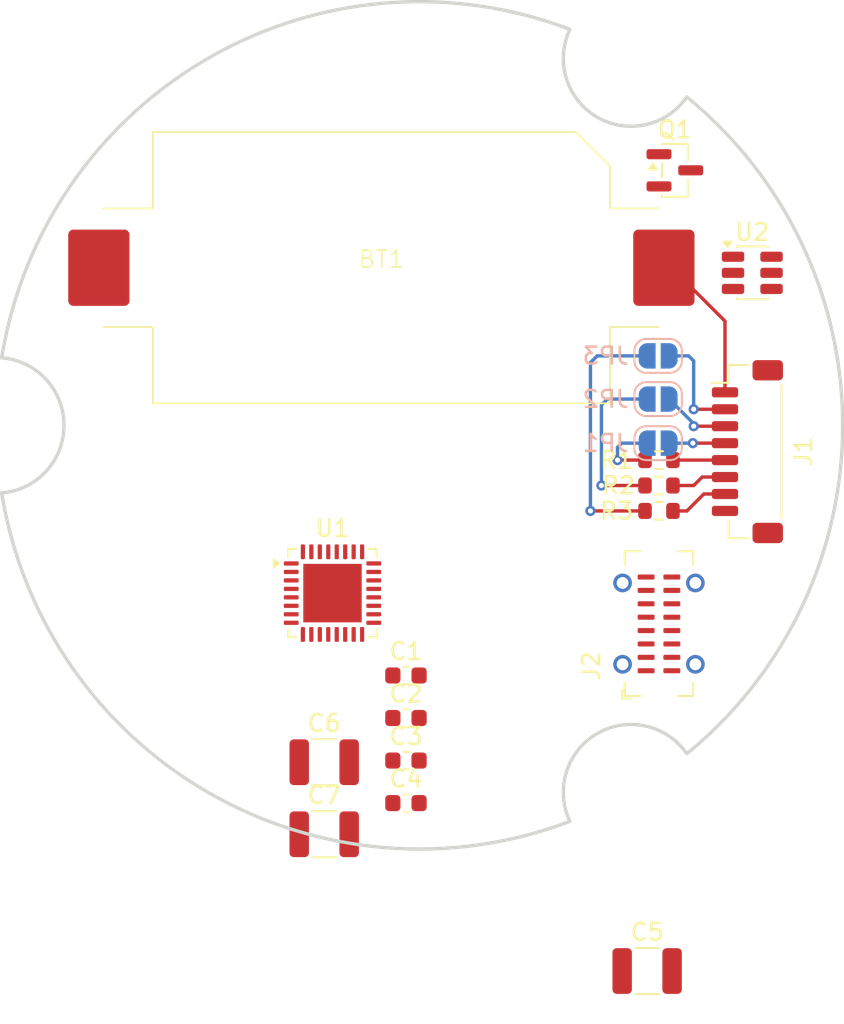
<source format=kicad_pcb>
(kicad_pcb (version 20241229) (generator "pcbnew") (generator_version "9.0")
  (layers (0 "F.Cu" signal) (2 "B.Cu" signal) (13 "F.Paste" user) (15 "B.Paste" user) (5 "F.SilkS" user "F.Silkscreen") (7 "B.SilkS" user "B.Silkscreen") (1 "F.Mask" user) (3 "B.Mask" user) (25 "Edge.Cuts" user))
  (net 0 "")
  (net 1 "/LED1")
  (net 2 "/BUT3")
  (net 3 "/LED2")
  (net 4 "/BUT2")
  (net 5 "/LED3")
  (net 6 "/BUT1")
  (net 7 "+3V3")
  (net 8 "GND")
  (net 9 "Net-(J1-Pin_5)")
  (net 10 "Net-(J1-Pin_6)")
  (net 11 "Net-(J1-Pin_7)")
  (net 12 "Net-(J2-VBUS-PadA4)")
  (net 57 "Net-(U1-PA12)")
  (net 58 "Net-(U1-PA11)")
  (footprint "Capacitor_SMD:C_0603_1608Metric" (layer "F.Cu") (at 163.1525 114.71)
    (property "Reference" "C1" (at 0 -1.43 0) (layer "F.SilkS"))
    (property "Value" "C_Small")
    (fp_line (start -0.14058 -0.51) (end 0.14058 -0.51) (stroke (width 0.12)) (layer "F.SilkS"))
    (fp_line (start -0.14058 0.51) (end 0.14058 0.51) (stroke (width 0.12)) (layer "F.SilkS"))
    (pad "1" smd roundrect (at -0.775 0) (size 0.9 0.95) (layers "F.Cu" "F.Mask" "F.Paste"))
    (pad "2" smd roundrect (at 0.775 0) (size 0.9 0.95) (layers "F.Cu" "F.Mask" "F.Paste"))
  )
  (footprint "Package_TO_SOT_SMD:TSOT-23-6" (layer "F.Cu") (at 183.6125 90.95)
    (property "Reference" "U2" (at 0 -2.4 0) (layer "F.SilkS"))
    (property "Value" "LTC4412xS6")
    (fp_line (start -0.91 -1.56) (end 0.91 -1.56) (stroke (width 0.12)) (layer "F.SilkS"))
    (fp_line (start -0.91 -1.51) (end -0.91 -1.56) (stroke (width 0.12)) (layer "F.SilkS"))
    (fp_line (start -0.91 1.56) (end -0.91 1.51) (stroke (width 0.12)) (layer "F.SilkS"))
    (fp_line (start 0.91 -1.56) (end 0.91 -1.51) (stroke (width 0.12)) (layer "F.SilkS"))
    (fp_line (start 0.91 1.51) (end 0.91 1.56) (stroke (width 0.12)) (layer "F.SilkS"))
    (fp_line (start 0.91 1.56) (end -0.91 1.56) (stroke (width 0.12)) (layer "F.SilkS"))
    (fp_poly (pts (xy -1.45 -1.51) (xy -1.69 -1.84) (xy -1.21 -1.84)) (stroke (width 0.12)) (fill yes) (layer "F.SilkS"))
    (pad "1" smd roundrect (at -1.1375 -0.95) (size 1.325 0.6) (layers "F.Cu" "F.Mask" "F.Paste"))
    (pad "2" smd roundrect (at -1.1375 0) (size 1.325 0.6) (layers "F.Cu" "F.Mask" "F.Paste"))
    (pad "3" smd roundrect (at -1.1375 0.95) (size 1.325 0.6) (layers "F.Cu" "F.Mask" "F.Paste"))
    (pad "4" smd roundrect (at 1.1375 0.95) (size 1.325 0.6) (layers "F.Cu" "F.Mask" "F.Paste"))
    (pad "5" smd roundrect (at 1.1375 0) (size 1.325 0.6) (layers "F.Cu" "F.Mask" "F.Paste"))
    (pad "6" smd roundrect (at 1.1375 -0.95) (size 1.325 0.6) (layers "F.Cu" "F.Mask" "F.Paste"))
  )
  (footprint "Capacitor_SMD:C_0603_1608Metric" (layer "F.Cu") (at 163.1525 117.22)
    (property "Reference" "C2" (at 0 -1.43 0) (layer "F.SilkS"))
    (property "Value" "C_Small")
    (fp_line (start -0.14058 -0.51) (end 0.14058 -0.51) (stroke (width 0.12)) (layer "F.SilkS"))
    (fp_line (start -0.14058 0.51) (end 0.14058 0.51) (stroke (width 0.12)) (layer "F.SilkS"))
    (pad "1" smd roundrect (at -0.775 0) (size 0.9 0.95) (layers "F.Cu" "F.Mask" "F.Paste"))
    (pad "2" smd roundrect (at 0.775 0) (size 0.9 0.95) (layers "F.Cu" "F.Mask" "F.Paste"))
  )
  (footprint "Capacitor_SMD:C_1210_3225Metric" (layer "F.Cu") (at 158.3225 119.83)
    (property "Reference" "C6" (at 0 -2.3 0) (layer "F.SilkS"))
    (property "Value" "C_Small")
    (fp_line (start -0.711252 -1.36) (end 0.711252 -1.36) (stroke (width 0.12)) (layer "F.SilkS"))
    (fp_line (start -0.711252 1.36) (end 0.711252 1.36) (stroke (width 0.12)) (layer "F.SilkS"))
    (pad "1" smd roundrect (at -1.475 0) (size 1.15 2.7) (layers "F.Cu" "F.Mask" "F.Paste") (roundrect_rratio 0.217391))
    (pad "2" smd roundrect (at 1.475 0) (size 1.15 2.7) (layers "F.Cu" "F.Mask" "F.Paste") (roundrect_rratio 0.217391))
  )
  (footprint "Resistor_SMD:R_0603_1608Metric" (layer "F.Cu") (at 178.1 102 180)
    (property "Reference" "R1" (at 2.5 0 0) (layer "F.SilkS"))
    (property "Value" "30R")
    (fp_line (start -0.237258 0.5225) (end 0.237258 0.5225) (stroke (width 0.12)) (layer "F.SilkS"))
    (fp_line (start -0.237258 -0.5225) (end 0.237258 -0.5225) (stroke (width 0.12)) (layer "F.SilkS"))
    (pad "1" smd roundrect (at -0.825 0 180) (size 0.8 0.95) (layers "F.Cu" "F.Mask" "F.Paste") (net 9 "Net-(J1-Pin_5)"))
    (pad "2" smd roundrect (at 0.825 0 180) (size 0.8 0.95) (layers "F.Cu" "F.Mask" "F.Paste") (net 1 "/LED1"))
  )
  (footprint "Package_TO_SOT_SMD:SOT-23" (layer "F.Cu") (at 179.0375 84.9)
    (property "Reference" "Q1" (at 0 -2.4 0) (layer "F.SilkS"))
    (property "Value" "BSS84")
    (fp_line (start -0.76 -1.56) (end 0.76 -1.56) (stroke (width 0.12)) (layer "F.SilkS"))
    (fp_line (start -0.76 -1.51) (end -0.76 -1.56) (stroke (width 0.12)) (layer "F.SilkS"))
    (fp_line (start -0.76 0.39) (end -0.76 -0.39) (stroke (width 0.12)) (layer "F.SilkS"))
    (fp_line (start -0.76 1.56) (end -0.76 1.51) (stroke (width 0.12)) (layer "F.SilkS"))
    (fp_line (start 0.76 -1.56) (end 0.76 -0.56) (stroke (width 0.12)) (layer "F.SilkS"))
    (fp_line (start 0.76 0.56) (end 0.76 1.56) (stroke (width 0.12)) (layer "F.SilkS"))
    (fp_line (start 0.76 1.56) (end -0.76 1.56) (stroke (width 0.12)) (layer "F.SilkS"))
    (fp_poly (pts (xy -1.3 -0.38) (xy -1.06 -0.05) (xy -1.54 -0.05)) (stroke (width 0.12)) (fill yes) (layer "F.SilkS"))
    (pad "1" smd roundrect (at -0.9375 -0.95) (size 1.475 0.6) (layers "F.Cu" "F.Mask" "F.Paste"))
    (pad "2" smd roundrect (at -0.9375 0.95) (size 1.475 0.6) (layers "F.Cu" "F.Mask" "F.Paste"))
    (pad "3" smd roundrect (at 0.9375 0) (size 1.475 0.6) (layers "F.Cu" "F.Mask" "F.Paste"))
  )
  (footprint "Resistor_SMD:R_0603_1608Metric" (layer "F.Cu") (at 178.1 103.5 180)
    (property "Reference" "R2" (at 2.4 0 0) (layer "F.SilkS"))
    (property "Value" "30R")
    (fp_line (start -0.237258 0.5225) (end 0.237258 0.5225) (stroke (width 0.12)) (layer "F.SilkS"))
    (fp_line (start -0.237258 -0.5225) (end 0.237258 -0.5225) (stroke (width 0.12)) (layer "F.SilkS"))
    (pad "1" smd roundrect (at -0.825 0 180) (size 0.8 0.95) (layers "F.Cu" "F.Mask" "F.Paste") (net 10 "Net-(J1-Pin_6)"))
    (pad "2" smd roundrect (at 0.825 0 180) (size 0.8 0.95) (layers "F.Cu" "F.Mask" "F.Paste") (net 3 "/LED2"))
  )
  (footprint "Capacitor_SMD:C_1210_3225Metric" (layer "F.Cu") (at 177.4 132.15)
    (property "Reference" "C5" (at 0 -2.3 0) (layer "F.SilkS"))
    (property "Value" "C_Small")
    (fp_line (start -0.711252 -1.36) (end 0.711252 -1.36) (stroke (width 0.12)) (layer "F.SilkS"))
    (fp_line (start -0.711252 1.36) (end 0.711252 1.36) (stroke (width 0.12)) (layer "F.SilkS"))
    (pad "1" smd roundrect (at -1.475 0) (size 1.15 2.7) (layers "F.Cu" "F.Mask" "F.Paste") (roundrect_rratio 0.217391))
    (pad "2" smd roundrect (at 1.475 0) (size 1.15 2.7) (layers "F.Cu" "F.Mask" "F.Paste") (roundrect_rratio 0.217391))
  )
  (footprint "Capacitor_SMD:C_1210_3225Metric" (layer "F.Cu") (at 158.3225 124.08)
    (property "Reference" "C7" (at 0 -2.3 0) (layer "F.SilkS"))
    (property "Value" "C_Small")
    (fp_line (start -0.711252 -1.36) (end 0.711252 -1.36) (stroke (width 0.12)) (layer "F.SilkS"))
    (fp_line (start -0.711252 1.36) (end 0.711252 1.36) (stroke (width 0.12)) (layer "F.SilkS"))
    (pad "1" smd roundrect (at -1.475 0) (size 1.15 2.7) (layers "F.Cu" "F.Mask" "F.Paste") (roundrect_rratio 0.217391))
    (pad "2" smd roundrect (at 1.475 0) (size 1.15 2.7) (layers "F.Cu" "F.Mask" "F.Paste") (roundrect_rratio 0.217391))
  )
  (footprint "Connector_USB:USB_C_Receptacle_G-Switch_GT-USB-7051x" (layer "F.Cu") (at 178.1 111.65 90)
    (property "Reference" "J2" (at -2.5 -4 90) (layer "F.SilkS"))
    (property "Value" "USB_C_Receptacle_USB2.0_14P")
    (fp_line (start -4.42 -2.17) (end -3.92 -2.17) (stroke (width 0.12)) (layer "F.SilkS"))
    (fp_line (start -4.42 -2.17) (end -4.42 -1.67) (stroke (width 0.12)) (layer "F.SilkS"))
    (fp_line (start 4.27 -2.02) (end 3.47 -2.02) (stroke (width 0.12)) (layer "F.SilkS"))
    (fp_line (start 4.27 -2.02) (end 4.27 -1.12) (stroke (width 0.12)) (layer "F.SilkS"))
    (fp_line (start -4.27 -2.02) (end -3.47 -2.02) (stroke (width 0.12)) (layer "F.SilkS"))
    (fp_line (start -4.27 -2.02) (end -4.27 -1.12) (stroke (width 0.12)) (layer "F.SilkS"))
    (fp_line (start 4.27 2.02) (end 4.27 1.12) (stroke (width 0.12)) (layer "F.SilkS"))
    (fp_line (start 4.27 2.02) (end 3.47 2.02) (stroke (width 0.12)) (layer "F.SilkS"))
    (fp_line (start -4.27 2.02) (end -4.27 1.12) (stroke (width 0.12)) (layer "F.SilkS"))
    (fp_line (start -4.27 2.02) (end -3.47 2.02) (stroke (width 0.12)) (layer "F.SilkS"))
    (pad "" np_thru_hole circle (at -3.75 0 90) (size 0.66 0.66) (drill 0.66) (layers "*.Cu" "*.Mask"))
    (pad "" np_thru_hole oval (at 3.75 0 90) (size 1 0.58) (drill oval 1 0.58) (layers "*.Cu" "*.Mask"))
    (pad "A1" smd roundrect (at -2.78 -0.76 90) (size 0.3 1) (layers "F.Cu" "F.Mask" "F.Paste") (net 8 "GND"))
    (pad "A4" smd roundrect (at -1.99 -0.76 90) (size 0.3 1) (layers "F.Cu" "F.Mask" "F.Paste") (net 12 "Net-(J2-VBUS-PadA4)"))
    (pad "A5" smd roundrect (at -1.2 -0.76 90) (size 0.3 1) (layers "F.Cu" "F.Mask" "F.Paste"))
    (pad "A6" smd roundrect (at -0.41 -0.76 90) (size 0.3 1) (layers "F.Cu" "F.Mask" "F.Paste") (net 57 "Net-(U1-PA12)"))
    (pad "A7" smd roundrect (at 0.38 -0.76 90) (size 0.3 1) (layers "F.Cu" "F.Mask" "F.Paste") (net 58 "Net-(U1-PA11)"))
    (pad "A8" smd roundrect (at 1.17 -0.76 90) (size 0.3 1) (layers "F.Cu" "F.Mask" "F.Paste"))
    (pad "A9" smd roundrect (at 1.96 -0.76 90) (size 0.3 1) (layers "F.Cu" "F.Mask" "F.Paste") (net 12 "Net-(J2-VBUS-PadA4)"))
    (pad "A12" smd roundrect (at 2.75 -0.76 90) (size 0.3 1) (layers "F.Cu" "F.Mask" "F.Paste") (net 8 "GND"))
    (pad "B1" smd roundrect (at 2.75 0.76 90) (size 0.3 1) (layers "F.Cu" "F.Mask" "F.Paste") (net 8 "GND"))
    (pad "B4" smd roundrect (at 1.96 0.76 90) (size 0.3 1) (layers "F.Cu" "F.Mask" "F.Paste") (net 12 "Net-(J2-VBUS-PadA4)"))
    (pad "B5" smd roundrect (at 1.17 0.76 90) (size 0.3 1) (layers "F.Cu" "F.Mask" "F.Paste"))
    (pad "B6" smd roundrect (at 0.38 0.76 90) (size 0.3 1) (layers "F.Cu" "F.Mask" "F.Paste") (net 57 "Net-(U1-PA12)"))
    (pad "B7" smd roundrect (at -0.41 0.76 90) (size 0.3 1) (layers "F.Cu" "F.Mask" "F.Paste") (net 58 "Net-(U1-PA11)"))
    (pad "B8" smd roundrect (at -1.2 0.76 90) (size 0.3 1) (layers "F.Cu" "F.Mask" "F.Paste"))
    (pad "B9" smd roundrect (at -1.99 0.76 90) (size 0.3 1) (layers "F.Cu" "F.Mask" "F.Paste") (net 12 "Net-(J2-VBUS-PadA4)"))
    (pad "B12" smd roundrect (at -2.78 0.76 90) (size 0.3 1) (layers "F.Cu" "F.Mask" "F.Paste") (net 8 "GND"))
    (pad "S1" thru_hole circle (at -2.4 -2.15 90) (size 1.1 1.1) (drill 0.7) (property pad_prop_heatsink) (layers "*.Cu" "*.Mask" "F.Paste"))
    (pad "S1" thru_hole circle (at -2.4 2.15 90) (size 1.1 1.1) (drill 0.7) (property pad_prop_heatsink) (layers "*.Cu" "*.Mask" "F.Paste"))
    (pad "S1" thru_hole circle (at 2.4 -2.15 90) (size 1.1 1.1) (drill 0.7) (property pad_prop_heatsink) (layers "*.Cu" "*.Mask" "F.Paste"))
    (pad "S1" thru_hole circle (at 2.4 2.15 90) (size 1.1 1.1) (drill 0.7) (property pad_prop_heatsink) (layers "*.Cu" "*.Mask" "F.Paste"))
  )
  (footprint "Resistor_SMD:R_0603_1608Metric" (layer "F.Cu") (at 178.1 105 180)
    (property "Reference" "R3" (at 2.5 0 0) (layer "F.SilkS"))
    (property "Value" "30R")
    (fp_line (start -0.237258 0.5225) (end 0.237258 0.5225) (stroke (width 0.12)) (layer "F.SilkS"))
    (fp_line (start -0.237258 -0.5225) (end 0.237258 -0.5225) (stroke (width 0.12)) (layer "F.SilkS"))
    (pad "1" smd roundrect (at -0.825 0 180) (size 0.8 0.95) (layers "F.Cu" "F.Mask" "F.Paste") (net 11 "Net-(J1-Pin_7)"))
    (pad "2" smd roundrect (at 0.825 0 180) (size 0.8 0.95) (layers "F.Cu" "F.Mask" "F.Paste") (net 5 "/LED3"))
  )
  (footprint "Capacitor_SMD:C_0603_1608Metric" (layer "F.Cu") (at 163.1525 119.73)
    (property "Reference" "C3" (at 0 -1.43 0) (layer "F.SilkS"))
    (property "Value" "C_Small")
    (fp_line (start -0.14058 -0.51) (end 0.14058 -0.51) (stroke (width 0.12)) (layer "F.SilkS"))
    (fp_line (start -0.14058 0.51) (end 0.14058 0.51) (stroke (width 0.12)) (layer "F.SilkS"))
    (pad "1" smd roundrect (at -0.775 0) (size 0.9 0.95) (layers "F.Cu" "F.Mask" "F.Paste"))
    (pad "2" smd roundrect (at 0.775 0) (size 0.9 0.95) (layers "F.Cu" "F.Mask" "F.Paste"))
  )
  (footprint "Package_DFN_QFN:QFN-32-1EP_5x5mm_P0.5mm_EP3.45x3.45mm" (layer "F.Cu") (at 158.8125 109.85)
    (property "Reference" "U1" (at 0 -3.83 0) (layer "F.SilkS"))
    (property "Value" "STM32L052K8Ux")
    (fp_line (start -2.61 -2.61) (end -2.135 -2.61) (stroke (width 0.12)) (layer "F.SilkS"))
    (fp_line (start -2.61 -2.135) (end -2.61 -2.61) (stroke (width 0.12)) (layer "F.SilkS"))
    (fp_line (start -2.61 2.61) (end -2.61 2.135) (stroke (width 0.12)) (layer "F.SilkS"))
    (fp_line (start -2.135 2.61) (end -2.61 2.61) (stroke (width 0.12)) (layer "F.SilkS"))
    (fp_line (start 2.135 -2.61) (end 2.61 -2.61) (stroke (width 0.12)) (layer "F.SilkS"))
    (fp_line (start 2.61 -2.61) (end 2.61 -2.135) (stroke (width 0.12)) (layer "F.SilkS"))
    (fp_line (start 2.61 2.135) (end 2.61 2.61) (stroke (width 0.12)) (layer "F.SilkS"))
    (fp_line (start 2.61 2.61) (end 2.135 2.61) (stroke (width 0.12)) (layer "F.SilkS"))
    (fp_poly (pts (xy -3.14 -1.75) (xy -3.47 -1.51) (xy -3.47 -1.99)) (stroke (width 0.12)) (fill yes) (layer "F.SilkS"))
    (pad "1" smd roundrect (at -2.4375 -1.75) (size 0.875 0.25) (layers "F.Cu" "F.Mask" "F.Paste") (net 7 "+3V3"))
    (pad "2" smd roundrect (at -2.4375 -1.25) (size 0.875 0.25) (layers "F.Cu" "F.Mask" "F.Paste"))
    (pad "3" smd roundrect (at -2.4375 -0.75) (size 0.875 0.25) (layers "F.Cu" "F.Mask" "F.Paste"))
    (pad "4" smd roundrect (at -2.4375 -0.25) (size 0.875 0.25) (layers "F.Cu" "F.Mask" "F.Paste"))
    (pad "5" smd roundrect (at -2.4375 0.25) (size 0.875 0.25) (layers "F.Cu" "F.Mask" "F.Paste") (net 7 "+3V3"))
    (pad "6" smd roundrect (at -2.4375 0.75) (size 0.875 0.25) (layers "F.Cu" "F.Mask" "F.Paste"))
    (pad "7" smd roundrect (at -2.4375 1.25) (size 0.875 0.25) (layers "F.Cu" "F.Mask" "F.Paste"))
    (pad "8" smd roundrect (at -2.4375 1.75) (size 0.875 0.25) (layers "F.Cu" "F.Mask" "F.Paste"))
    (pad "9" smd roundrect (at -1.75 2.4375) (size 0.25 0.875) (layers "F.Cu" "F.Mask" "F.Paste"))
    (pad "10" smd roundrect (at -1.25 2.4375) (size 0.25 0.875) (layers "F.Cu" "F.Mask" "F.Paste"))
    (pad "11" smd roundrect (at -0.75 2.4375) (size 0.25 0.875) (layers "F.Cu" "F.Mask" "F.Paste"))
    (pad "12" smd roundrect (at -0.25 2.4375) (size 0.25 0.875) (layers "F.Cu" "F.Mask" "F.Paste"))
    (pad "13" smd roundrect (at 0.25 2.4375) (size 0.25 0.875) (layers "F.Cu" "F.Mask" "F.Paste"))
    (pad "14" smd roundrect (at 0.75 2.4375) (size 0.25 0.875) (layers "F.Cu" "F.Mask" "F.Paste"))
    (pad "15" smd roundrect (at 1.25 2.4375) (size 0.25 0.875) (layers "F.Cu" "F.Mask" "F.Paste"))
    (pad "16" smd roundrect (at 1.75 2.4375) (size 0.25 0.875) (layers "F.Cu" "F.Mask" "F.Paste"))
    (pad "17" smd roundrect (at 2.4375 1.75) (size 0.875 0.25) (layers "F.Cu" "F.Mask" "F.Paste") (net 7 "+3V3"))
    (pad "18" smd roundrect (at 2.4375 1.25) (size 0.875 0.25) (layers "F.Cu" "F.Mask" "F.Paste"))
    (pad "19" smd roundrect (at 2.4375 0.75) (size 0.875 0.25) (layers "F.Cu" "F.Mask" "F.Paste"))
    (pad "20" smd roundrect (at 2.4375 0.25) (size 0.875 0.25) (layers "F.Cu" "F.Mask" "F.Paste"))
    (pad "21" smd roundrect (at 2.4375 -0.25) (size 0.875 0.25) (layers "F.Cu" "F.Mask" "F.Paste") (net 58 "Net-(U1-PA11)"))
    (pad "22" smd roundrect (at 2.4375 -0.75) (size 0.875 0.25) (layers "F.Cu" "F.Mask" "F.Paste") (net 57 "Net-(U1-PA12)"))
    (pad "23" smd roundrect (at 2.4375 -1.25) (size 0.875 0.25) (layers "F.Cu" "F.Mask" "F.Paste"))
    (pad "24" smd roundrect (at 2.4375 -1.75) (size 0.875 0.25) (layers "F.Cu" "F.Mask" "F.Paste"))
    (pad "25" smd roundrect (at 1.75 -2.4375) (size 0.25 0.875) (layers "F.Cu" "F.Mask" "F.Paste"))
    (pad "26" smd roundrect (at 1.25 -2.4375) (size 0.25 0.875) (layers "F.Cu" "F.Mask" "F.Paste"))
    (pad "27" smd roundrect (at 0.75 -2.4375) (size 0.25 0.875) (layers "F.Cu" "F.Mask" "F.Paste"))
    (pad "28" smd roundrect (at 0.25 -2.4375) (size 0.25 0.875) (layers "F.Cu" "F.Mask" "F.Paste"))
    (pad "29" smd roundrect (at -0.25 -2.4375) (size 0.25 0.875) (layers "F.Cu" "F.Mask" "F.Paste"))
    (pad "30" smd roundrect (at -0.75 -2.4375) (size 0.25 0.875) (layers "F.Cu" "F.Mask" "F.Paste"))
    (pad "31" smd roundrect (at -1.25 -2.4375) (size 0.25 0.875) (layers "F.Cu" "F.Mask" "F.Paste"))
    (pad "32" smd roundrect (at -1.75 -2.4375) (size 0.25 0.875) (layers "F.Cu" "F.Mask" "F.Paste"))
    (pad "33" smd rect (at 0 0) (size 3.45 3.45) (property pad_prop_heatsink) (layers "F.Cu" "F.Mask") (net 8 "GND"))
  )
  (footprint "Aliexpress:MYOUNG_BS-24-B4AA016_CR2450" (layer "F.Cu") (at 161.7 90.65)
    (property "Reference" "BT1" (at 0 -0.499999 0) (layer "F.SilkS") (effects (font (thickness 0.1))))
    (property "Value" "Battery_Cell")
    (fp_line (start -16.4 -3.5) (end -13.5 -3.5) (stroke (width 0.1)) (layer "F.SilkS"))
    (fp_line (start -16.4 3.5) (end -13.5 3.5) (stroke (width 0.1)) (layer "F.SilkS"))
    (fp_line (start -13.5 -8) (end 11.5 -8) (stroke (width 0.1)) (layer "F.SilkS"))
    (fp_line (start -13.5 -3.5) (end -13.5 -8) (stroke (width 0.1)) (layer "F.SilkS"))
    (fp_line (start -13.5 3.5) (end -13.5 8) (stroke (width 0.1)) (layer "F.SilkS"))
    (fp_line (start -13.5 8) (end 13.5 8) (stroke (width 0.1)) (layer "F.SilkS"))
    (fp_line (start 13.5 -6) (end 11.5 -8) (stroke (width 0.1)) (layer "F.SilkS"))
    (fp_line (start 13.5 -3.5) (end 13.5 -6) (stroke (width 0.1)) (layer "F.SilkS"))
    (fp_line (start 13.5 3.5) (end 13.5 8) (stroke (width 0.1)) (layer "F.SilkS"))
    (fp_line (start 16.4 -3.5) (end 13.5 -3.5) (stroke (width 0.1)) (layer "F.SilkS"))
    (fp_line (start 16.4 3.5) (end 13.5 3.5) (stroke (width 0.1)) (layer "F.SilkS"))
    (pad "1" smd roundrect (at 16.69 0) (size 3.62 4.5) (layers "F.Cu" "F.Mask" "F.Paste") (roundrect_rratio 0.08287292818) (net 7 "+3V3"))
    (pad "2" smd roundrect (at -16.69 0) (size 3.62 4.5) (layers "F.Cu" "F.Mask" "F.Paste") (roundrect_rratio 0.08287292818) (net 8 "GND"))
  )
  (footprint "Capacitor_SMD:C_0603_1608Metric" (layer "F.Cu") (at 163.1525 122.24)
    (property "Reference" "C4" (at 0 -1.43 0) (layer "F.SilkS"))
    (property "Value" "C_Small")
    (fp_line (start -0.14058 -0.51) (end 0.14058 -0.51) (stroke (width 0.12)) (layer "F.SilkS"))
    (fp_line (start -0.14058 0.51) (end 0.14058 0.51) (stroke (width 0.12)) (layer "F.SilkS"))
    (pad "1" smd roundrect (at -0.775 0) (size 0.9 0.95) (layers "F.Cu" "F.Mask" "F.Paste"))
    (pad "2" smd roundrect (at 0.775 0) (size 0.9 0.95) (layers "F.Cu" "F.Mask" "F.Paste"))
  )
  (footprint "Connector_JST:JST_SH_BM08B-SRSS-TB_1x08-1MP_P1.00mm_Vertical" (layer "F.Cu") (at 183.325 101.5 -90)
    (property "Reference" "J1" (at 0 -3.3 90) (layer "F.SilkS"))
    (property "Value" "Conn_01x08")
    (fp_line (start -5.11 1.11) (end -4.06 1.11) (stroke (width 0.12)) (layer "F.SilkS"))
    (fp_line (start -4.06 1.11) (end -4.06 2.1) (stroke (width 0.12)) (layer "F.SilkS"))
    (fp_line (start 5.11 1.11) (end 4.06 1.11) (stroke (width 0.12)) (layer "F.SilkS"))
    (fp_line (start -5.11 -0.04) (end -5.11 1.11) (stroke (width 0.12)) (layer "F.SilkS"))
    (fp_line (start 5.11 -0.04) (end 5.11 1.11) (stroke (width 0.12)) (layer "F.SilkS"))
    (fp_line (start -3.94 -2.01) (end 3.94 -2.01) (stroke (width 0.12)) (layer "F.SilkS"))
    (pad "1" smd roundrect (at -3.5 1.325 270) (size 0.6 1.55) (layers "F.Cu" "F.Mask" "F.Paste") (net 7 "+3V3"))
    (pad "2" smd roundrect (at -2.5 1.325 270) (size 0.6 1.55) (layers "F.Cu" "F.Mask" "F.Paste") (net 6 "/BUT1"))
    (pad "3" smd roundrect (at -1.5 1.325 270) (size 0.6 1.55) (layers "F.Cu" "F.Mask" "F.Paste") (net 4 "/BUT2"))
    (pad "4" smd roundrect (at -0.5 1.325 270) (size 0.6 1.55) (layers "F.Cu" "F.Mask" "F.Paste") (net 2 "/BUT3"))
    (pad "5" smd roundrect (at 0.5 1.325 270) (size 0.6 1.55) (layers "F.Cu" "F.Mask" "F.Paste") (net 9 "Net-(J1-Pin_5)"))
    (pad "6" smd roundrect (at 1.5 1.325 270) (size 0.6 1.55) (layers "F.Cu" "F.Mask" "F.Paste") (net 10 "Net-(J1-Pin_6)"))
    (pad "7" smd roundrect (at 2.5 1.325 270) (size 0.6 1.55) (layers "F.Cu" "F.Mask" "F.Paste") (net 11 "Net-(J1-Pin_7)"))
    (pad "8" smd roundrect (at 3.5 1.325 270) (size 0.6 1.55) (layers "F.Cu" "F.Mask" "F.Paste") (net 8 "GND"))
    (pad "MP" smd roundrect (at -4.8 -1.2 270) (size 1.2 1.8) (layers "F.Cu" "F.Mask" "F.Paste") (roundrect_rratio 0.208333))
    (pad "MP" smd roundrect (at 4.8 -1.2 270) (size 1.2 1.8) (layers "F.Cu" "F.Mask" "F.Paste") (roundrect_rratio 0.208333))
  )
  (footprint "Jumper:SolderJumper-2_P1.3mm_Open_RoundedPad1.0x1.5mm" (layer "B.Cu") (at 178.05 95.85)
    (property "Reference" "JP3" (at -3.1 0 0) (layer "B.SilkS") (effects (justify mirror)))
    (property "Value" "SolderJumper_2_Open")
    (fp_line (start -1.4 -0.3) (end -1.4 0.3) (stroke (width 0.12)) (layer "B.SilkS"))
    (fp_line (start -0.7 1) (end 0.7 1) (stroke (width 0.12)) (layer "B.SilkS"))
    (fp_line (start 0.7 -1) (end -0.7 -1) (stroke (width 0.12)) (layer "B.SilkS"))
    (fp_line (start 1.4 0.3) (end 1.4 -0.3) (stroke (width 0.12)) (layer "B.SilkS"))
    (fp_arc (start -1.4 -0.3) (mid -1.194975 -0.794975) (end -0.7 -1) (stroke (width 0.12)) (layer "B.SilkS"))
    (fp_arc (start -0.7 1) (mid -1.194975 0.794975) (end -1.4 0.3) (stroke (width 0.12)) (layer "B.SilkS"))
    (fp_arc (start 0.7 -1) (mid 1.194975 -0.794975) (end 1.4 -0.3) (stroke (width 0.12)) (layer "B.SilkS"))
    (fp_arc (start 1.4 0.3) (mid 1.194975 0.794975) (end 0.7 1) (stroke (width 0.12)) (layer "B.SilkS"))
    (pad "1" smd custom (at -0.65 0) (size 1 0.5) (layers "B.Cu" "B.Mask") (net 5 "/LED3") (options (clearance outline) (anchor rect)) (primitives (gr_circle (center 0 -0.25) (end 0.5 -0.25) (width 0) (fill yes)) (gr_circle (center 0 0.25) (end 0.5 0.25) (width 0) (fill yes)) (gr_poly (pts (xy 0.5 -0.75) (xy 0 -0.75) (xy 0 0.75) (xy 0.5 0.75)) (width 0) (fill yes))))
    (pad "2" smd custom (at 0.65 0) (size 1 0.5) (layers "B.Cu" "B.Mask") (net 6 "/BUT1") (options (clearance outline) (anchor rect)) (primitives (gr_circle (center 0 -0.25) (end 0.5 -0.25) (width 0) (fill yes)) (gr_circle (center 0 0.25) (end 0.5 0.25) (width 0) (fill yes)) (gr_poly (pts (xy 0 -0.75) (xy -0.5 -0.75) (xy -0.5 0.75) (xy 0 0.75)) (width 0) (fill yes))))
  )
  (footprint "Jumper:SolderJumper-2_P1.3mm_Open_RoundedPad1.0x1.5mm" (layer "B.Cu") (at 178.05 98.4)
    (property "Reference" "JP2" (at -3.1 0 0) (layer "B.SilkS") (effects (justify mirror)))
    (property "Value" "SolderJumper_2_Open")
    (fp_line (start -1.4 -0.3) (end -1.4 0.3) (stroke (width 0.12)) (layer "B.SilkS"))
    (fp_line (start -0.7 1) (end 0.7 1) (stroke (width 0.12)) (layer "B.SilkS"))
    (fp_line (start 0.7 -1) (end -0.7 -1) (stroke (width 0.12)) (layer "B.SilkS"))
    (fp_line (start 1.4 0.3) (end 1.4 -0.3) (stroke (width 0.12)) (layer "B.SilkS"))
    (fp_arc (start -1.4 -0.3) (mid -1.194975 -0.794975) (end -0.7 -1) (stroke (width 0.12)) (layer "B.SilkS"))
    (fp_arc (start -0.7 1) (mid -1.194975 0.794975) (end -1.4 0.3) (stroke (width 0.12)) (layer "B.SilkS"))
    (fp_arc (start 0.7 -1) (mid 1.194975 -0.794975) (end 1.4 -0.3) (stroke (width 0.12)) (layer "B.SilkS"))
    (fp_arc (start 1.4 0.3) (mid 1.194975 0.794975) (end 0.7 1) (stroke (width 0.12)) (layer "B.SilkS"))
    (pad "1" smd custom (at -0.65 0) (size 1 0.5) (layers "B.Cu" "B.Mask") (net 3 "/LED2") (options (clearance outline) (anchor rect)) (primitives (gr_circle (center 0 -0.25) (end 0.5 -0.25) (width 0) (fill yes)) (gr_circle (center 0 0.25) (end 0.5 0.25) (width 0) (fill yes)) (gr_poly (pts (xy 0.5 -0.75) (xy 0 -0.75) (xy 0 0.75) (xy 0.5 0.75)) (width 0) (fill yes))))
    (pad "2" smd custom (at 0.65 0) (size 1 0.5) (layers "B.Cu" "B.Mask") (net 4 "/BUT2") (options (clearance outline) (anchor rect)) (primitives (gr_circle (center 0 -0.25) (end 0.5 -0.25) (width 0) (fill yes)) (gr_circle (center 0 0.25) (end 0.5 0.25) (width 0) (fill yes)) (gr_poly (pts (xy 0 -0.75) (xy -0.5 -0.75) (xy -0.5 0.75) (xy 0 0.75)) (width 0) (fill yes))))
  )
  (footprint "Jumper:SolderJumper-2_P1.3mm_Open_RoundedPad1.0x1.5mm" (layer "B.Cu") (at 178.05 101)
    (property "Reference" "JP1" (at -3.1 0 0) (layer "B.SilkS") (effects (justify mirror)))
    (property "Value" "SolderJumper_2_Open" (hide yes))
    (fp_line (start -1.4 -0.3) (end -1.4 0.3) (stroke (width 0.12)) (layer "B.SilkS"))
    (fp_line (start -0.7 1) (end 0.7 1) (stroke (width 0.12)) (layer "B.SilkS"))
    (fp_line (start 0.7 -1) (end -0.7 -1) (stroke (width 0.12)) (layer "B.SilkS"))
    (fp_line (start 1.4 0.3) (end 1.4 -0.3) (stroke (width 0.12)) (layer "B.SilkS"))
    (fp_arc (start -1.4 -0.3) (mid -1.194975 -0.794975) (end -0.7 -1) (stroke (width 0.12)) (layer "B.SilkS"))
    (fp_arc (start -0.7 1) (mid -1.194975 0.794975) (end -1.4 0.3) (stroke (width 0.12)) (layer "B.SilkS"))
    (fp_arc (start 0.7 -1) (mid 1.194975 -0.794975) (end 1.4 -0.3) (stroke (width 0.12)) (layer "B.SilkS"))
    (fp_arc (start 1.4 0.3) (mid 1.194975 0.794975) (end 0.7 1) (stroke (width 0.12)) (layer "B.SilkS"))
    (pad "1" smd custom (at -0.65 0) (size 1 0.5) (layers "B.Cu" "B.Mask") (net 1 "/LED1") (options (clearance outline) (anchor rect)) (primitives (gr_circle (center 0 -0.25) (end 0.5 -0.25) (width 0) (fill yes)) (gr_circle (center 0 0.25) (end 0.5 0.25) (width 0) (fill yes)) (gr_poly (pts (xy 0.5 -0.75) (xy 0 -0.75) (xy 0 0.75) (xy 0.5 0.75)) (width 0) (fill yes))))
    (pad "2" smd custom (at 0.65 0) (size 1 0.5) (layers "B.Cu" "B.Mask") (net 2 "/BUT3") (options (clearance outline) (anchor rect)) (primitives (gr_circle (center 0 -0.25) (end 0.5 -0.25) (width 0) (fill yes)) (gr_circle (center 0 0.25) (end 0.5 0.25) (width 0) (fill yes)) (gr_poly (pts (xy 0 -0.75) (xy -0.5 -0.75) (xy -0.5 0.75) (xy 0 0.75)) (width 0) (fill yes))))
  )
  (gr_arc (start 172.837001 123.317097) (mid 151.45 121.600635) (end 139.27 103.937179) (stroke (width 0.2)) (layer "Edge.Cuts"))
  (gr_arc (start 172.837001 123.317097) (mid 174.450001 118.13654) (end 179.742999 119.329917) (stroke (width 0.2)) (layer "Edge.Cuts"))
  (gr_arc (start 139.27 95.962821) (mid 142.95 99.95) (end 139.27 103.937179) (stroke (width 0.2)) (layer "Edge.Cuts"))
  (gr_arc (start 179.742999 80.570083) (mid 174.45 81.763467) (end 172.837001 76.582903) (stroke (width 0.2)) (layer "Edge.Cuts"))
  (gr_arc (start 179.742999 80.570083) (mid 188.95 99.95) (end 179.742999 119.329917) (stroke (width 0.2)) (layer "Edge.Cuts"))
  (gr_arc (start 139.27 95.962821) (mid 151.45 78.299365) (end 172.837001 76.582903) (stroke (width 0.2)) (layer "Edge.Cuts"))
  (segment (start 175.65 102) (end 177.275 102) (width 0.2) (layer "F.Cu") (net 1))
  (via (at 175.65 102) (size 0.6) (drill 0.3) (layers "F.Cu" "B.Cu") (net 1))
  (segment (start 177.4 101) (end 175.9 101) (width 0.2) (layer "B.Cu") (net 1))
  (segment (start 175.65 101.25) (end 175.65 102) (width 0.2) (layer "B.Cu") (net 1))
  (segment (start 175.9 101) (end 175.65 101.25) (width 0.2) (layer "B.Cu") (net 1))
  (segment (start 182 101) (end 180.1 101) (width 0.2) (layer "F.Cu") (net 2))
  (via (at 180.1 101) (size 0.6) (drill 0.3) (layers "F.Cu" "B.Cu") (net 2))
  (segment (start 180.1 101) (end 178.7 101) (width 0.2) (layer "B.Cu") (net 2))
  (segment (start 174.7 103.5) (end 177.275 103.5) (width 0.2) (layer "F.Cu") (net 3))
  (via (at 174.7 103.5) (size 0.6) (drill 0.3) (layers "F.Cu" "B.Cu") (net 3))
  (segment (start 174.8 98.65) (end 174.7 98.75) (width 0.2) (layer "B.Cu") (net 3))
  (segment (start 177.4 98.4) (end 175.05 98.4) (width 0.2) (layer "B.Cu") (net 3))
  (segment (start 175.05 98.4) (end 174.8 98.65) (width 0.2) (layer "B.Cu") (net 3))
  (segment (start 174.7 98.75) (end 174.7 103.5) (width 0.2) (layer "B.Cu") (net 3))
  (segment (start 182 100) (end 180.15 100) (width 0.2) (layer "F.Cu") (net 4))
  (via (at 180.15 100) (size 0.6) (drill 0.3) (layers "F.Cu" "B.Cu") (net 4))
  (segment (start 180.15 99.85) (end 178.7 98.4) (width 0.2) (layer "B.Cu") (net 4))
  (segment (start 180.15 100) (end 180.15 99.85) (width 0.2) (layer "B.Cu") (net 4))
  (segment (start 174.05 105) (end 177.275 105) (width 0.2) (layer "F.Cu") (net 5))
  (via (at 174.05 105) (size 0.6) (drill 0.3) (layers "F.Cu" "B.Cu") (net 5))
  (segment (start 174.45 95.85) (end 174.15 96.15) (width 0.2) (layer "B.Cu") (net 5))
  (segment (start 174.05 96.25) (end 174.05 105) (width 0.2) (layer "B.Cu") (net 5))
  (segment (start 174.15 96.15) (end 174.05 96.25) (width 0.2) (layer "B.Cu") (net 5))
  (segment (start 177.4 95.85) (end 174.45 95.85) (width 0.2) (layer "B.Cu") (net 5))
  (segment (start 182 99) (end 180.15 99) (width 0.2) (layer "F.Cu") (net 6))
  (via (at 180.15 99) (size 0.6) (drill 0.3) (layers "F.Cu" "B.Cu") (net 6))
  (segment (start 179.85 95.85) (end 178.7 95.85) (width 0.2) (layer "B.Cu") (net 6))
  (segment (start 180.15 99) (end 180.15 96.15) (width 0.2) (layer "B.Cu") (net 6))
  (segment (start 180.15 96.15) (end 179.85 95.85) (width 0.2) (layer "B.Cu") (net 6))
  (segment (start 182 98) (end 182 93.8) (width 0.2) (layer "F.Cu") (net 7))
  (segment (start 179.69 91.49) (end 179.69 91) (width 0.2) (layer "F.Cu") (net 7))
  (segment (start 182 93.8) (end 179.69 91.49) (width 0.2) (layer "F.Cu") (net 7))
  (segment (start 182 102) (end 178.925 102) (width 0.2) (layer "F.Cu") (net 9))
  (segment (start 180.65 103) (end 180.15 103.5) (width 0.2) (layer "F.Cu") (net 10))
  (segment (start 182 103) (end 180.65 103) (width 0.2) (layer "F.Cu") (net 10))
  (segment (start 180.15 103.5) (end 178.925 103.5) (width 0.2) (layer "F.Cu") (net 10))
  (segment (start 178.925 105) (end 179.75 105) (width 0.2) (layer "F.Cu") (net 11))
  (segment (start 180.75 104) (end 182 104) (width 0.2) (layer "F.Cu") (net 11))
  (segment (start 179.75 105) (end 180.75 104) (width 0.2) (layer "F.Cu") (net 11))
)
</source>
